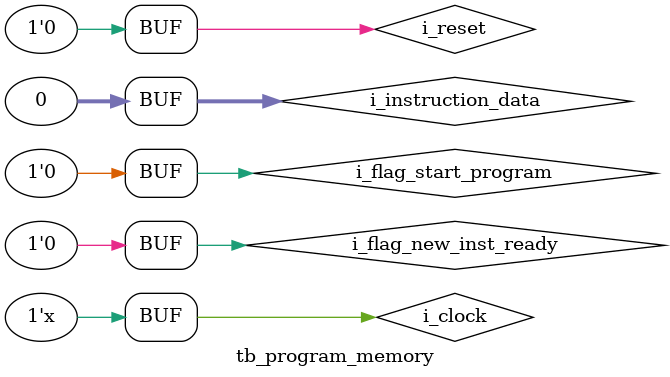
<source format=v>
`timescale 1ns / 1ps


module tb_program_memory(

    );
    
    reg  i_clock, i_reset;
    reg [31:0] i_pc;
    
    reg [31:0] i_instruction_data;
    reg i_flag_new_inst_ready,i_flag_start_program;
    wire [31:0] o_pc;


program_memory my_memory(
    .i_clk(i_clock),
    .i_reset(i_reset),
    .i_pc(o_pc),
    .i_instruction_data(i_instruction_data),
    .i_flag_new_inst_ready(i_flag_new_inst_ready),
    .i_flag_start_program(i_flag_start_program)
);

pc my_pc(
    .i_clk(i_clock),
    .i_reset(i_reset),
    .i_flag_start_program(i_flag_start_program),
    .o_pc(o_pc)
);


always #500 i_clock = ~i_clock;


initial begin
    //ARRANCA TODO
    i_clock = 0;
    #1000
    i_reset = 1; 
    #1000
    i_reset = 0;
    
/************************************************************************************
                              ESTE TEST BENCH FUNCIONA PARA EL MODULO PROGRAM
                              MEMORY. SE ENVIAN DOS INSTRUCCIONES, Y LUEGO EL 
                              HALT.
                              LUEGO, ARRANCA EL PROGRAMA Y SE INCREMENTA EL VALOR
                              DEL PC. 
                              A LA SALIDA DE LA MEMORIA DE INSTRUCCIONES SE VEN
                              LAS INSTRUCCIONES CORRESPONDIENTES. 
*************************************************************************************/
    //MANDO TRES INSTRUCCIONES Y EL HALT
//    i_flag_new_inst_ready=1;
//    #1000
//    i_flag_new_inst_ready=0;
//    //#2000
//    i_instruction_data=8'b00000001;
//    #2000
//    i_flag_new_inst_ready=1;
//    #1000
//    i_flag_new_inst_ready=0;
//   // #2000
//    i_instruction_data=8'b00001111;
    
//    #2000
//    i_flag_new_inst_ready=1;
//    #1000
//    i_flag_new_inst_ready=0;
//    i_instruction_data=8'b00000000;
    
//        //ARRANCO EL PROGRAMA
//    #2000
//    i_flag_start_program=1;
//    #1000
//    i_flag_start_program=0;
    
//    i_pc=9'b000000000;
    
//   #2000
////    i_flag_start_program=1;
////    #1000
////    i_flag_start_program=0;
    
//    i_pc=9'b000001000;
//    #2000
//    i_pc=9'b000010000;

/************************************************************************************
                              FIN DEL TEST BENCH PARA EL PROGRAM MEMORY
*************************************************************************************/

  
    
    
    //    //MANDO TRES INSTRUCCIONES Y EL HALT
    i_flag_new_inst_ready=1;
    #1000
    i_flag_new_inst_ready=0;
    //#2000
    i_instruction_data=32'b00000001000000010000000100000001;
    #2000
    i_flag_new_inst_ready=1;
    #1000
    i_flag_new_inst_ready=0;
   // #2000
    i_instruction_data=32'b00001111;
    
    #2000
    i_flag_new_inst_ready=1;
    #1000
    i_flag_new_inst_ready=0;
   // #2000
    i_instruction_data=32'b10101010;
    
    #2000
    i_flag_new_inst_ready=1;
    #1000
    i_flag_new_inst_ready=0;
    i_instruction_data=32'b00000000;
    
//        //ARRANCO EL PROGRAMA
    #2000
    i_flag_start_program=1;
   #1000
    i_flag_start_program=0;
    
//    i_pc=9'b000000000;
    
//   #2000
////    i_flag_start_program=1;
////    #1000
////    i_flag_start_program=0;
    
//    i_pc=9'b000001000;
//    #2000
//    i_pc=9'b000010000;
    
    
    
    
    
    
    

end
endmodule

</source>
